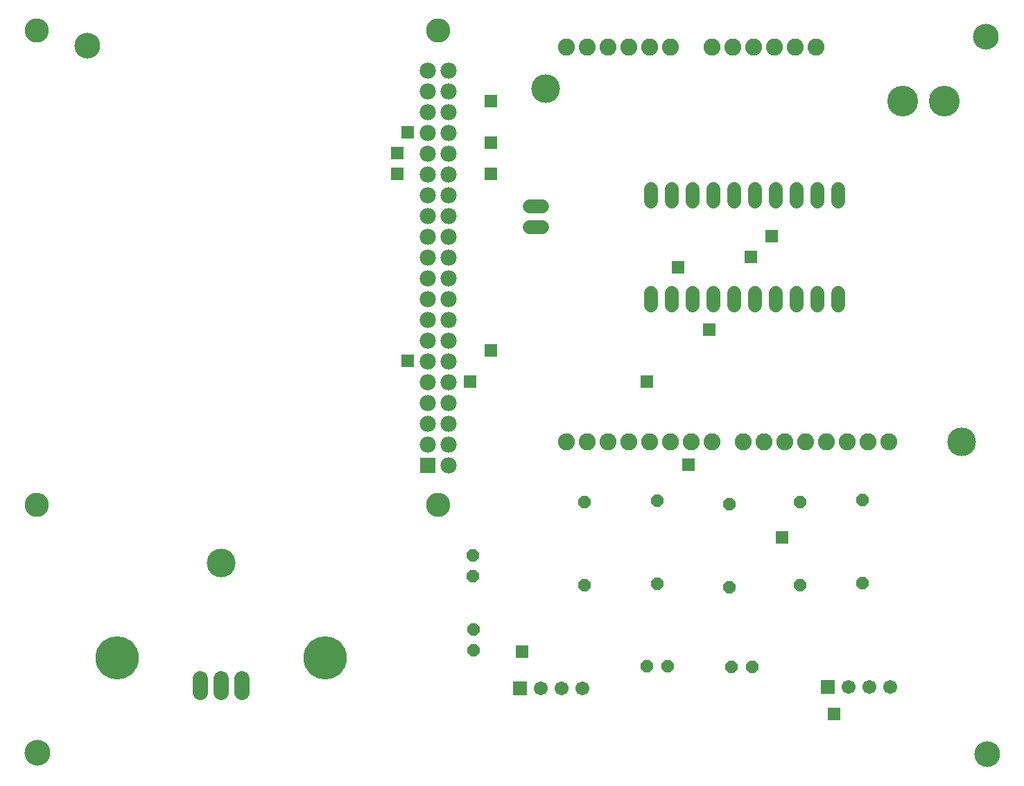
<source format=gbr>
G04 EAGLE Gerber RS-274X export*
G75*
%MOMM*%
%FSLAX34Y34*%
%LPD*%
%INSoldermask Bottom*%
%IPPOS*%
%AMOC8*
5,1,8,0,0,1.08239X$1,22.5*%
G01*
%ADD10C,3.149600*%
%ADD11P,1.649562X8X292.500000*%
%ADD12P,1.649562X8X112.500000*%
%ADD13C,1.879600*%
%ADD14C,3.505200*%
%ADD15C,1.727200*%
%ADD16C,3.759200*%
%ADD17P,1.649562X8X22.500000*%
%ADD18C,2.953200*%
%ADD19R,1.981200X1.981200*%
%ADD20C,1.981200*%
%ADD21R,1.711200X1.711200*%
%ADD22C,1.711200*%
%ADD23C,2.082800*%
%ADD24C,5.283200*%
%ADD25R,1.553200X1.553200*%


D10*
X30226Y28448D03*
X91440Y893064D03*
X1188974Y903986D03*
X1189990Y26670D03*
D11*
X562102Y270002D03*
X562102Y244602D03*
D12*
X562610Y153670D03*
X562610Y179070D03*
D13*
X229616Y119126D02*
X229616Y102362D01*
X255016Y102362D02*
X255016Y119126D01*
X280416Y119126D02*
X280416Y102362D01*
D14*
X255016Y260604D03*
D15*
X631865Y671576D02*
X647105Y671576D01*
X647105Y696976D02*
X631865Y696976D01*
D16*
X1086866Y825246D03*
X1137666Y825246D03*
D17*
X877824Y133350D03*
X903224Y133350D03*
X774446Y134366D03*
X799846Y134366D03*
D18*
X29666Y331418D03*
X519666Y331418D03*
X29666Y911418D03*
X519666Y911418D03*
D19*
X506966Y380118D03*
D20*
X532366Y380118D03*
X506966Y405518D03*
X532366Y405518D03*
X506966Y430918D03*
X532366Y430918D03*
X506966Y456318D03*
X532366Y456318D03*
X506966Y481718D03*
X532366Y481718D03*
X506966Y507118D03*
X532366Y507118D03*
X506966Y532518D03*
X532366Y532518D03*
X506966Y557918D03*
X532366Y557918D03*
X506966Y583318D03*
X532366Y583318D03*
X506966Y608718D03*
X532366Y608718D03*
X506966Y634118D03*
X532366Y634118D03*
X506966Y659518D03*
X532366Y659518D03*
X506966Y684918D03*
X532366Y684918D03*
X506966Y710318D03*
X532366Y710318D03*
X506966Y735718D03*
X532366Y735718D03*
X506966Y761118D03*
X532366Y761118D03*
X506966Y786518D03*
X532366Y786518D03*
X506966Y811918D03*
X532366Y811918D03*
X506966Y837318D03*
X532366Y837318D03*
X506966Y862718D03*
X532366Y862718D03*
D11*
X1037590Y337566D03*
X1037590Y235966D03*
X698246Y335026D03*
X698246Y233426D03*
X961898Y334772D03*
X961898Y233172D03*
X875792Y332740D03*
X875792Y231140D03*
X787146Y336550D03*
X787146Y234950D03*
D15*
X779526Y575310D02*
X779526Y590550D01*
X804926Y590550D02*
X804926Y575310D01*
X830326Y575310D02*
X830326Y590550D01*
X855726Y590550D02*
X855726Y575310D01*
X881126Y575310D02*
X881126Y590550D01*
X906526Y590550D02*
X906526Y575310D01*
X931926Y575310D02*
X931926Y590550D01*
X957326Y590550D02*
X957326Y575310D01*
X982726Y575310D02*
X982726Y590550D01*
X1008126Y590550D02*
X1008126Y575310D01*
X1008126Y702310D02*
X1008126Y717550D01*
X982726Y717550D02*
X982726Y702310D01*
X957326Y702310D02*
X957326Y717550D01*
X931926Y717550D02*
X931926Y702310D01*
X906526Y702310D02*
X906526Y717550D01*
X881126Y717550D02*
X881126Y702310D01*
X855726Y702310D02*
X855726Y717550D01*
X830326Y717550D02*
X830326Y702310D01*
X804926Y702310D02*
X804926Y717550D01*
X779526Y717550D02*
X779526Y702310D01*
D21*
X995680Y108712D03*
D22*
X1021080Y108712D03*
X1046480Y108712D03*
X1071880Y108712D03*
D21*
X619760Y107696D03*
D22*
X645160Y107696D03*
X670560Y107696D03*
X695960Y107696D03*
D23*
X981456Y891794D03*
X956056Y891794D03*
X930656Y891794D03*
X905256Y891794D03*
X879856Y891794D03*
X854456Y891794D03*
X803656Y891794D03*
X778256Y891794D03*
X752856Y891794D03*
X727456Y891794D03*
X702056Y891794D03*
X676656Y891794D03*
X676656Y409194D03*
X702056Y409194D03*
X727456Y409194D03*
X752856Y409194D03*
X778256Y409194D03*
X803656Y409194D03*
X829056Y409194D03*
X854456Y409194D03*
X892556Y409194D03*
X917956Y409194D03*
X943356Y409194D03*
X968756Y409194D03*
X994156Y409194D03*
X1019556Y409194D03*
X1044956Y409194D03*
X1070356Y409194D03*
D14*
X651256Y840994D03*
X1159256Y409194D03*
D24*
X127762Y144526D03*
X381762Y144526D03*
D25*
X584200Y774700D03*
X812800Y622300D03*
X584200Y825500D03*
X901700Y635000D03*
X469900Y736600D03*
X850900Y546100D03*
X469900Y762000D03*
X927100Y660400D03*
X584200Y736600D03*
X774700Y482600D03*
X482600Y787400D03*
X825500Y381000D03*
X584200Y520700D03*
X939800Y292100D03*
X558800Y482600D03*
X1003300Y76200D03*
X482600Y508000D03*
X622300Y152400D03*
M02*

</source>
